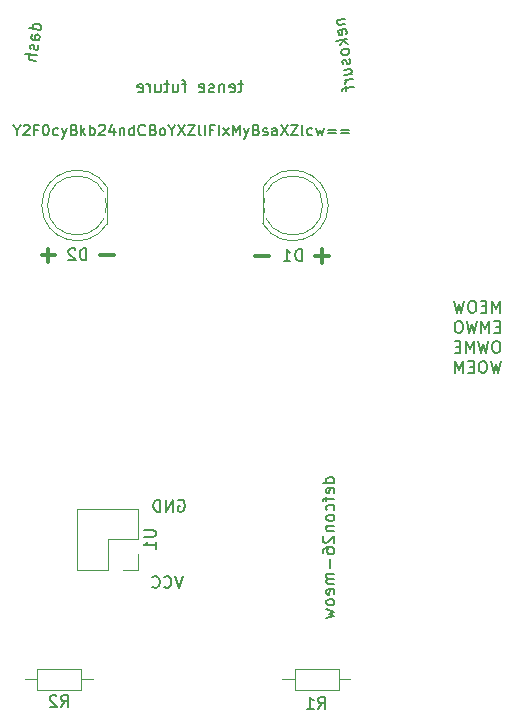
<source format=gbo>
G04 #@! TF.FileFunction,Legend,Bot*
%FSLAX46Y46*%
G04 Gerber Fmt 4.6, Leading zero omitted, Abs format (unit mm)*
G04 Created by KiCad (PCBNEW 4.0.7) date Thursday, July 26, 2018 'AMt' 11:31:36 AM*
%MOMM*%
%LPD*%
G01*
G04 APERTURE LIST*
%ADD10C,0.100000*%
%ADD11C,0.200000*%
%ADD12C,0.300000*%
%ADD13C,0.120000*%
%ADD14C,0.150000*%
%ADD15C,0.010000*%
%ADD16R,2.200000X2.200000*%
%ADD17C,2.200000*%
%ADD18C,1.800000*%
%ADD19O,1.800000X1.800000*%
%ADD20R,2.100000X2.100000*%
%ADD21O,2.100000X2.100000*%
G04 APERTURE END LIST*
D10*
D11*
X175235952Y-89850381D02*
X175235952Y-88850381D01*
X174902618Y-89564667D01*
X174569285Y-88850381D01*
X174569285Y-89850381D01*
X174093095Y-89326571D02*
X173759761Y-89326571D01*
X173616904Y-89850381D02*
X174093095Y-89850381D01*
X174093095Y-88850381D01*
X173616904Y-88850381D01*
X172997857Y-88850381D02*
X172807380Y-88850381D01*
X172712142Y-88898000D01*
X172616904Y-88993238D01*
X172569285Y-89183714D01*
X172569285Y-89517048D01*
X172616904Y-89707524D01*
X172712142Y-89802762D01*
X172807380Y-89850381D01*
X172997857Y-89850381D01*
X173093095Y-89802762D01*
X173188333Y-89707524D01*
X173235952Y-89517048D01*
X173235952Y-89183714D01*
X173188333Y-88993238D01*
X173093095Y-88898000D01*
X172997857Y-88850381D01*
X172235952Y-88850381D02*
X171997857Y-89850381D01*
X171807380Y-89136095D01*
X171616904Y-89850381D01*
X171378809Y-88850381D01*
X175235952Y-91026571D02*
X174902618Y-91026571D01*
X174759761Y-91550381D02*
X175235952Y-91550381D01*
X175235952Y-90550381D01*
X174759761Y-90550381D01*
X174331190Y-91550381D02*
X174331190Y-90550381D01*
X173997856Y-91264667D01*
X173664523Y-90550381D01*
X173664523Y-91550381D01*
X173283571Y-90550381D02*
X173045476Y-91550381D01*
X172854999Y-90836095D01*
X172664523Y-91550381D01*
X172426428Y-90550381D01*
X171855000Y-90550381D02*
X171664523Y-90550381D01*
X171569285Y-90598000D01*
X171474047Y-90693238D01*
X171426428Y-90883714D01*
X171426428Y-91217048D01*
X171474047Y-91407524D01*
X171569285Y-91502762D01*
X171664523Y-91550381D01*
X171855000Y-91550381D01*
X171950238Y-91502762D01*
X172045476Y-91407524D01*
X172093095Y-91217048D01*
X172093095Y-90883714D01*
X172045476Y-90693238D01*
X171950238Y-90598000D01*
X171855000Y-90550381D01*
X175045476Y-92250381D02*
X174854999Y-92250381D01*
X174759761Y-92298000D01*
X174664523Y-92393238D01*
X174616904Y-92583714D01*
X174616904Y-92917048D01*
X174664523Y-93107524D01*
X174759761Y-93202762D01*
X174854999Y-93250381D01*
X175045476Y-93250381D01*
X175140714Y-93202762D01*
X175235952Y-93107524D01*
X175283571Y-92917048D01*
X175283571Y-92583714D01*
X175235952Y-92393238D01*
X175140714Y-92298000D01*
X175045476Y-92250381D01*
X174283571Y-92250381D02*
X174045476Y-93250381D01*
X173854999Y-92536095D01*
X173664523Y-93250381D01*
X173426428Y-92250381D01*
X173045476Y-93250381D02*
X173045476Y-92250381D01*
X172712142Y-92964667D01*
X172378809Y-92250381D01*
X172378809Y-93250381D01*
X171902619Y-92726571D02*
X171569285Y-92726571D01*
X171426428Y-93250381D02*
X171902619Y-93250381D01*
X171902619Y-92250381D01*
X171426428Y-92250381D01*
X175331190Y-93950381D02*
X175093095Y-94950381D01*
X174902618Y-94236095D01*
X174712142Y-94950381D01*
X174474047Y-93950381D01*
X173902619Y-93950381D02*
X173712142Y-93950381D01*
X173616904Y-93998000D01*
X173521666Y-94093238D01*
X173474047Y-94283714D01*
X173474047Y-94617048D01*
X173521666Y-94807524D01*
X173616904Y-94902762D01*
X173712142Y-94950381D01*
X173902619Y-94950381D01*
X173997857Y-94902762D01*
X174093095Y-94807524D01*
X174140714Y-94617048D01*
X174140714Y-94283714D01*
X174093095Y-94093238D01*
X173997857Y-93998000D01*
X173902619Y-93950381D01*
X173045476Y-94426571D02*
X172712142Y-94426571D01*
X172569285Y-94950381D02*
X173045476Y-94950381D01*
X173045476Y-93950381D01*
X172569285Y-93950381D01*
X172140714Y-94950381D02*
X172140714Y-93950381D01*
X171807380Y-94664667D01*
X171474047Y-93950381D01*
X171474047Y-94950381D01*
X148399333Y-112164881D02*
X148066000Y-113164881D01*
X147732666Y-112164881D01*
X146827904Y-113069643D02*
X146875523Y-113117262D01*
X147018380Y-113164881D01*
X147113618Y-113164881D01*
X147256476Y-113117262D01*
X147351714Y-113022024D01*
X147399333Y-112926786D01*
X147446952Y-112736310D01*
X147446952Y-112593452D01*
X147399333Y-112402976D01*
X147351714Y-112307738D01*
X147256476Y-112212500D01*
X147113618Y-112164881D01*
X147018380Y-112164881D01*
X146875523Y-112212500D01*
X146827904Y-112260119D01*
X145827904Y-113069643D02*
X145875523Y-113117262D01*
X146018380Y-113164881D01*
X146113618Y-113164881D01*
X146256476Y-113117262D01*
X146351714Y-113022024D01*
X146399333Y-112926786D01*
X146446952Y-112736310D01*
X146446952Y-112593452D01*
X146399333Y-112402976D01*
X146351714Y-112307738D01*
X146256476Y-112212500D01*
X146113618Y-112164881D01*
X146018380Y-112164881D01*
X145875523Y-112212500D01*
X145827904Y-112260119D01*
X148018404Y-105735500D02*
X148113642Y-105687881D01*
X148256499Y-105687881D01*
X148399357Y-105735500D01*
X148494595Y-105830738D01*
X148542214Y-105925976D01*
X148589833Y-106116452D01*
X148589833Y-106259310D01*
X148542214Y-106449786D01*
X148494595Y-106545024D01*
X148399357Y-106640262D01*
X148256499Y-106687881D01*
X148161261Y-106687881D01*
X148018404Y-106640262D01*
X147970785Y-106592643D01*
X147970785Y-106259310D01*
X148161261Y-106259310D01*
X147542214Y-106687881D02*
X147542214Y-105687881D01*
X146970785Y-106687881D01*
X146970785Y-105687881D01*
X146494595Y-106687881D02*
X146494595Y-105687881D01*
X146256500Y-105687881D01*
X146113642Y-105735500D01*
X146018404Y-105830738D01*
X145970785Y-105925976D01*
X145923166Y-106116452D01*
X145923166Y-106259310D01*
X145970785Y-106449786D01*
X146018404Y-106545024D01*
X146113642Y-106640262D01*
X146256500Y-106687881D01*
X146494595Y-106687881D01*
D12*
X160781928Y-85070143D02*
X159639071Y-85070143D01*
X160210500Y-85641571D02*
X160210500Y-84498714D01*
X137604428Y-85006643D02*
X136461571Y-85006643D01*
X137033000Y-85578071D02*
X137033000Y-84435214D01*
X155701928Y-85070143D02*
X154559071Y-85070143D01*
X142557428Y-84943143D02*
X141414571Y-84943143D01*
D11*
X134364570Y-74400571D02*
X134364570Y-74829143D01*
X134064570Y-73929143D02*
X134364570Y-74400571D01*
X134664570Y-73929143D01*
X134921714Y-74014857D02*
X134964571Y-73972000D01*
X135050285Y-73929143D01*
X135264571Y-73929143D01*
X135350285Y-73972000D01*
X135393142Y-74014857D01*
X135435999Y-74100571D01*
X135435999Y-74186286D01*
X135393142Y-74314857D01*
X134878856Y-74829143D01*
X135435999Y-74829143D01*
X136121714Y-74357714D02*
X135821714Y-74357714D01*
X135821714Y-74829143D02*
X135821714Y-73929143D01*
X136250285Y-73929143D01*
X136764571Y-73929143D02*
X136850286Y-73929143D01*
X136936000Y-73972000D01*
X136978857Y-74014857D01*
X137021714Y-74100571D01*
X137064571Y-74272000D01*
X137064571Y-74486286D01*
X137021714Y-74657714D01*
X136978857Y-74743429D01*
X136936000Y-74786286D01*
X136850286Y-74829143D01*
X136764571Y-74829143D01*
X136678857Y-74786286D01*
X136636000Y-74743429D01*
X136593143Y-74657714D01*
X136550286Y-74486286D01*
X136550286Y-74272000D01*
X136593143Y-74100571D01*
X136636000Y-74014857D01*
X136678857Y-73972000D01*
X136764571Y-73929143D01*
X137836000Y-74786286D02*
X137750286Y-74829143D01*
X137578857Y-74829143D01*
X137493143Y-74786286D01*
X137450286Y-74743429D01*
X137407429Y-74657714D01*
X137407429Y-74400571D01*
X137450286Y-74314857D01*
X137493143Y-74272000D01*
X137578857Y-74229143D01*
X137750286Y-74229143D01*
X137836000Y-74272000D01*
X138136000Y-74229143D02*
X138350286Y-74829143D01*
X138564572Y-74229143D02*
X138350286Y-74829143D01*
X138264572Y-75043429D01*
X138221715Y-75086286D01*
X138136000Y-75129143D01*
X139207429Y-74357714D02*
X139336000Y-74400571D01*
X139378857Y-74443429D01*
X139421714Y-74529143D01*
X139421714Y-74657714D01*
X139378857Y-74743429D01*
X139336000Y-74786286D01*
X139250286Y-74829143D01*
X138907429Y-74829143D01*
X138907429Y-73929143D01*
X139207429Y-73929143D01*
X139293143Y-73972000D01*
X139336000Y-74014857D01*
X139378857Y-74100571D01*
X139378857Y-74186286D01*
X139336000Y-74272000D01*
X139293143Y-74314857D01*
X139207429Y-74357714D01*
X138907429Y-74357714D01*
X139807429Y-74829143D02*
X139807429Y-73929143D01*
X139893143Y-74486286D02*
X140150286Y-74829143D01*
X140150286Y-74229143D02*
X139807429Y-74572000D01*
X140536000Y-74829143D02*
X140536000Y-73929143D01*
X140536000Y-74272000D02*
X140621714Y-74229143D01*
X140793143Y-74229143D01*
X140878857Y-74272000D01*
X140921714Y-74314857D01*
X140964571Y-74400571D01*
X140964571Y-74657714D01*
X140921714Y-74743429D01*
X140878857Y-74786286D01*
X140793143Y-74829143D01*
X140621714Y-74829143D01*
X140536000Y-74786286D01*
X141307429Y-74014857D02*
X141350286Y-73972000D01*
X141436000Y-73929143D01*
X141650286Y-73929143D01*
X141736000Y-73972000D01*
X141778857Y-74014857D01*
X141821714Y-74100571D01*
X141821714Y-74186286D01*
X141778857Y-74314857D01*
X141264571Y-74829143D01*
X141821714Y-74829143D01*
X142593143Y-74229143D02*
X142593143Y-74829143D01*
X142378857Y-73886286D02*
X142164572Y-74529143D01*
X142721714Y-74529143D01*
X143064572Y-74229143D02*
X143064572Y-74829143D01*
X143064572Y-74314857D02*
X143107429Y-74272000D01*
X143193143Y-74229143D01*
X143321715Y-74229143D01*
X143407429Y-74272000D01*
X143450286Y-74357714D01*
X143450286Y-74829143D01*
X144264572Y-74829143D02*
X144264572Y-73929143D01*
X144264572Y-74786286D02*
X144178858Y-74829143D01*
X144007429Y-74829143D01*
X143921715Y-74786286D01*
X143878858Y-74743429D01*
X143836001Y-74657714D01*
X143836001Y-74400571D01*
X143878858Y-74314857D01*
X143921715Y-74272000D01*
X144007429Y-74229143D01*
X144178858Y-74229143D01*
X144264572Y-74272000D01*
X145207429Y-74743429D02*
X145164572Y-74786286D01*
X145036001Y-74829143D01*
X144950287Y-74829143D01*
X144821715Y-74786286D01*
X144736001Y-74700571D01*
X144693144Y-74614857D01*
X144650287Y-74443429D01*
X144650287Y-74314857D01*
X144693144Y-74143429D01*
X144736001Y-74057714D01*
X144821715Y-73972000D01*
X144950287Y-73929143D01*
X145036001Y-73929143D01*
X145164572Y-73972000D01*
X145207429Y-74014857D01*
X145893144Y-74357714D02*
X146021715Y-74400571D01*
X146064572Y-74443429D01*
X146107429Y-74529143D01*
X146107429Y-74657714D01*
X146064572Y-74743429D01*
X146021715Y-74786286D01*
X145936001Y-74829143D01*
X145593144Y-74829143D01*
X145593144Y-73929143D01*
X145893144Y-73929143D01*
X145978858Y-73972000D01*
X146021715Y-74014857D01*
X146064572Y-74100571D01*
X146064572Y-74186286D01*
X146021715Y-74272000D01*
X145978858Y-74314857D01*
X145893144Y-74357714D01*
X145593144Y-74357714D01*
X146621715Y-74829143D02*
X146536001Y-74786286D01*
X146493144Y-74743429D01*
X146450287Y-74657714D01*
X146450287Y-74400571D01*
X146493144Y-74314857D01*
X146536001Y-74272000D01*
X146621715Y-74229143D01*
X146750287Y-74229143D01*
X146836001Y-74272000D01*
X146878858Y-74314857D01*
X146921715Y-74400571D01*
X146921715Y-74657714D01*
X146878858Y-74743429D01*
X146836001Y-74786286D01*
X146750287Y-74829143D01*
X146621715Y-74829143D01*
X147478858Y-74400571D02*
X147478858Y-74829143D01*
X147178858Y-73929143D02*
X147478858Y-74400571D01*
X147778858Y-73929143D01*
X147993144Y-73929143D02*
X148593144Y-74829143D01*
X148593144Y-73929143D02*
X147993144Y-74829143D01*
X148850287Y-73929143D02*
X149450287Y-73929143D01*
X148850287Y-74829143D01*
X149450287Y-74829143D01*
X149921716Y-74829143D02*
X149836002Y-74786286D01*
X149793145Y-74700571D01*
X149793145Y-73929143D01*
X150264574Y-74829143D02*
X150264574Y-73929143D01*
X150993145Y-74357714D02*
X150693145Y-74357714D01*
X150693145Y-74829143D02*
X150693145Y-73929143D01*
X151121716Y-73929143D01*
X151464574Y-74829143D02*
X151464574Y-73929143D01*
X151807430Y-74829143D02*
X152278859Y-74229143D01*
X151807430Y-74229143D02*
X152278859Y-74829143D01*
X152621716Y-74829143D02*
X152621716Y-73929143D01*
X152921716Y-74572000D01*
X153221716Y-73929143D01*
X153221716Y-74829143D01*
X153564572Y-74229143D02*
X153778858Y-74829143D01*
X153993144Y-74229143D02*
X153778858Y-74829143D01*
X153693144Y-75043429D01*
X153650287Y-75086286D01*
X153564572Y-75129143D01*
X154636001Y-74357714D02*
X154764572Y-74400571D01*
X154807429Y-74443429D01*
X154850286Y-74529143D01*
X154850286Y-74657714D01*
X154807429Y-74743429D01*
X154764572Y-74786286D01*
X154678858Y-74829143D01*
X154336001Y-74829143D01*
X154336001Y-73929143D01*
X154636001Y-73929143D01*
X154721715Y-73972000D01*
X154764572Y-74014857D01*
X154807429Y-74100571D01*
X154807429Y-74186286D01*
X154764572Y-74272000D01*
X154721715Y-74314857D01*
X154636001Y-74357714D01*
X154336001Y-74357714D01*
X155193144Y-74786286D02*
X155278858Y-74829143D01*
X155450286Y-74829143D01*
X155536001Y-74786286D01*
X155578858Y-74700571D01*
X155578858Y-74657714D01*
X155536001Y-74572000D01*
X155450286Y-74529143D01*
X155321715Y-74529143D01*
X155236001Y-74486286D01*
X155193144Y-74400571D01*
X155193144Y-74357714D01*
X155236001Y-74272000D01*
X155321715Y-74229143D01*
X155450286Y-74229143D01*
X155536001Y-74272000D01*
X156350286Y-74829143D02*
X156350286Y-74357714D01*
X156307429Y-74272000D01*
X156221715Y-74229143D01*
X156050286Y-74229143D01*
X155964572Y-74272000D01*
X156350286Y-74786286D02*
X156264572Y-74829143D01*
X156050286Y-74829143D01*
X155964572Y-74786286D01*
X155921715Y-74700571D01*
X155921715Y-74614857D01*
X155964572Y-74529143D01*
X156050286Y-74486286D01*
X156264572Y-74486286D01*
X156350286Y-74443429D01*
X156693143Y-73929143D02*
X157293143Y-74829143D01*
X157293143Y-73929143D02*
X156693143Y-74829143D01*
X157550286Y-73929143D02*
X158150286Y-73929143D01*
X157550286Y-74829143D01*
X158150286Y-74829143D01*
X158621715Y-74829143D02*
X158536001Y-74786286D01*
X158493144Y-74700571D01*
X158493144Y-73929143D01*
X159350287Y-74786286D02*
X159264573Y-74829143D01*
X159093144Y-74829143D01*
X159007430Y-74786286D01*
X158964573Y-74743429D01*
X158921716Y-74657714D01*
X158921716Y-74400571D01*
X158964573Y-74314857D01*
X159007430Y-74272000D01*
X159093144Y-74229143D01*
X159264573Y-74229143D01*
X159350287Y-74272000D01*
X159650287Y-74229143D02*
X159821716Y-74829143D01*
X159993145Y-74400571D01*
X160164573Y-74829143D01*
X160336002Y-74229143D01*
X160678859Y-74357714D02*
X161364573Y-74357714D01*
X161364573Y-74614857D02*
X160678859Y-74614857D01*
X161793145Y-74357714D02*
X162478859Y-74357714D01*
X162478859Y-74614857D02*
X161793145Y-74614857D01*
X153471001Y-70524714D02*
X153090049Y-70524714D01*
X153328144Y-70191381D02*
X153328144Y-71048524D01*
X153280525Y-71143762D01*
X153185287Y-71191381D01*
X153090049Y-71191381D01*
X152375762Y-71143762D02*
X152471000Y-71191381D01*
X152661477Y-71191381D01*
X152756715Y-71143762D01*
X152804334Y-71048524D01*
X152804334Y-70667571D01*
X152756715Y-70572333D01*
X152661477Y-70524714D01*
X152471000Y-70524714D01*
X152375762Y-70572333D01*
X152328143Y-70667571D01*
X152328143Y-70762810D01*
X152804334Y-70858048D01*
X151899572Y-70524714D02*
X151899572Y-71191381D01*
X151899572Y-70619952D02*
X151851953Y-70572333D01*
X151756715Y-70524714D01*
X151613857Y-70524714D01*
X151518619Y-70572333D01*
X151471000Y-70667571D01*
X151471000Y-71191381D01*
X151042429Y-71143762D02*
X150947191Y-71191381D01*
X150756715Y-71191381D01*
X150661476Y-71143762D01*
X150613857Y-71048524D01*
X150613857Y-71000905D01*
X150661476Y-70905667D01*
X150756715Y-70858048D01*
X150899572Y-70858048D01*
X150994810Y-70810429D01*
X151042429Y-70715190D01*
X151042429Y-70667571D01*
X150994810Y-70572333D01*
X150899572Y-70524714D01*
X150756715Y-70524714D01*
X150661476Y-70572333D01*
X149804333Y-71143762D02*
X149899571Y-71191381D01*
X150090048Y-71191381D01*
X150185286Y-71143762D01*
X150232905Y-71048524D01*
X150232905Y-70667571D01*
X150185286Y-70572333D01*
X150090048Y-70524714D01*
X149899571Y-70524714D01*
X149804333Y-70572333D01*
X149756714Y-70667571D01*
X149756714Y-70762810D01*
X150232905Y-70858048D01*
X148709095Y-70524714D02*
X148328143Y-70524714D01*
X148566238Y-71191381D02*
X148566238Y-70334238D01*
X148518619Y-70239000D01*
X148423381Y-70191381D01*
X148328143Y-70191381D01*
X147566237Y-70524714D02*
X147566237Y-71191381D01*
X147994809Y-70524714D02*
X147994809Y-71048524D01*
X147947190Y-71143762D01*
X147851952Y-71191381D01*
X147709094Y-71191381D01*
X147613856Y-71143762D01*
X147566237Y-71096143D01*
X147232904Y-70524714D02*
X146851952Y-70524714D01*
X147090047Y-70191381D02*
X147090047Y-71048524D01*
X147042428Y-71143762D01*
X146947190Y-71191381D01*
X146851952Y-71191381D01*
X146090046Y-70524714D02*
X146090046Y-71191381D01*
X146518618Y-70524714D02*
X146518618Y-71048524D01*
X146470999Y-71143762D01*
X146375761Y-71191381D01*
X146232903Y-71191381D01*
X146137665Y-71143762D01*
X146090046Y-71096143D01*
X145613856Y-71191381D02*
X145613856Y-70524714D01*
X145613856Y-70715190D02*
X145566237Y-70619952D01*
X145518618Y-70572333D01*
X145423380Y-70524714D01*
X145328141Y-70524714D01*
X144613855Y-71143762D02*
X144709093Y-71191381D01*
X144899570Y-71191381D01*
X144994808Y-71143762D01*
X145042427Y-71048524D01*
X145042427Y-70667571D01*
X144994808Y-70572333D01*
X144899570Y-70524714D01*
X144709093Y-70524714D01*
X144613855Y-70572333D01*
X144566236Y-70667571D01*
X144566236Y-70762810D01*
X145042427Y-70858048D01*
X161454184Y-65045846D02*
X162115148Y-64958828D01*
X161548607Y-65033415D02*
X161507611Y-65086842D01*
X161472831Y-65187481D01*
X161491477Y-65329117D01*
X161551120Y-65417324D01*
X161651759Y-65452105D01*
X162171088Y-65383734D01*
X162235756Y-66239760D02*
X162270536Y-66139121D01*
X162245674Y-65950273D01*
X162186031Y-65862066D01*
X162085392Y-65827285D01*
X161707699Y-65877009D01*
X161619491Y-65936652D01*
X161584710Y-66037291D01*
X161609572Y-66226138D01*
X161669215Y-66314346D01*
X161769854Y-66349127D01*
X161864278Y-66336695D01*
X161896546Y-65852147D01*
X162345122Y-66705660D02*
X161353678Y-66836186D01*
X161979861Y-66849808D02*
X162394847Y-67083354D01*
X161733883Y-67170372D02*
X162061853Y-66742953D01*
X162469433Y-67649893D02*
X162409790Y-67561686D01*
X162356363Y-67520690D01*
X162255724Y-67485909D01*
X161972454Y-67523202D01*
X161884246Y-67582845D01*
X161843250Y-67636272D01*
X161808469Y-67736911D01*
X161827116Y-67878547D01*
X161886759Y-67966754D01*
X161940186Y-68007750D01*
X162040825Y-68042531D01*
X162324095Y-68005238D01*
X162412303Y-67945595D01*
X162453299Y-67892168D01*
X162488080Y-67791529D01*
X162469433Y-67649893D01*
X162515454Y-68364284D02*
X162575097Y-68452492D01*
X162599959Y-68641338D01*
X162565179Y-68741978D01*
X162476971Y-68801621D01*
X162429760Y-68807836D01*
X162329121Y-68773056D01*
X162269478Y-68684847D01*
X162250831Y-68543212D01*
X162191189Y-68455004D01*
X162090549Y-68420224D01*
X162043337Y-68426439D01*
X161955130Y-68486082D01*
X161920349Y-68586721D01*
X161938996Y-68728356D01*
X161998638Y-68816564D01*
X162069522Y-69719802D02*
X162730486Y-69632784D01*
X162013582Y-69294896D02*
X162532911Y-69226525D01*
X162633550Y-69261306D01*
X162693192Y-69349513D01*
X162711839Y-69491149D01*
X162677058Y-69591788D01*
X162636062Y-69645215D01*
X162792641Y-70104900D02*
X162131677Y-70191918D01*
X162320524Y-70167056D02*
X162232316Y-70226698D01*
X162191320Y-70280125D01*
X162156539Y-70380764D01*
X162168971Y-70475188D01*
X162193833Y-70664035D02*
X162243557Y-71041728D01*
X162873443Y-70718652D02*
X162023633Y-70830532D01*
X161935425Y-70890174D01*
X161900645Y-70990813D01*
X161913076Y-71085236D01*
X136354468Y-65902179D02*
X135363023Y-65771653D01*
X136307256Y-65895964D02*
X136366899Y-65807756D01*
X136391761Y-65618909D01*
X136356981Y-65518270D01*
X136315985Y-65464843D01*
X136227777Y-65405200D01*
X135944506Y-65367907D01*
X135843868Y-65402688D01*
X135790440Y-65443684D01*
X135730798Y-65531891D01*
X135705936Y-65720739D01*
X135740716Y-65821378D01*
X136236373Y-66799201D02*
X135717044Y-66730830D01*
X135628836Y-66671188D01*
X135594056Y-66570549D01*
X135618918Y-66381701D01*
X135678561Y-66293494D01*
X136189161Y-66792986D02*
X136248804Y-66704778D01*
X136279882Y-66468719D01*
X136245101Y-66368080D01*
X136156893Y-66308437D01*
X136062470Y-66296006D01*
X135961832Y-66330787D01*
X135902189Y-66418995D01*
X135871111Y-66655054D01*
X135811468Y-66743261D01*
X136133222Y-67217890D02*
X136168002Y-67318529D01*
X136143140Y-67507375D01*
X136083497Y-67595584D01*
X135982858Y-67630365D01*
X135935647Y-67624149D01*
X135847439Y-67564506D01*
X135812659Y-67463867D01*
X135831305Y-67322232D01*
X135796525Y-67221593D01*
X135708316Y-67161950D01*
X135661104Y-67155735D01*
X135560466Y-67190515D01*
X135500823Y-67278723D01*
X135482176Y-67420358D01*
X135516957Y-67520998D01*
X136068554Y-68073916D02*
X135077109Y-67943389D01*
X136012614Y-68498821D02*
X135493285Y-68430450D01*
X135405077Y-68370808D01*
X135370297Y-68270169D01*
X135388943Y-68128533D01*
X135448586Y-68040325D01*
X135502013Y-67999329D01*
X161234381Y-104251810D02*
X160234381Y-104251810D01*
X161186762Y-104251810D02*
X161234381Y-104156572D01*
X161234381Y-103966095D01*
X161186762Y-103870857D01*
X161139143Y-103823238D01*
X161043905Y-103775619D01*
X160758190Y-103775619D01*
X160662952Y-103823238D01*
X160615333Y-103870857D01*
X160567714Y-103966095D01*
X160567714Y-104156572D01*
X160615333Y-104251810D01*
X161186762Y-105108953D02*
X161234381Y-105013715D01*
X161234381Y-104823238D01*
X161186762Y-104728000D01*
X161091524Y-104680381D01*
X160710571Y-104680381D01*
X160615333Y-104728000D01*
X160567714Y-104823238D01*
X160567714Y-105013715D01*
X160615333Y-105108953D01*
X160710571Y-105156572D01*
X160805810Y-105156572D01*
X160901048Y-104680381D01*
X160567714Y-105442286D02*
X160567714Y-105823238D01*
X161234381Y-105585143D02*
X160377238Y-105585143D01*
X160282000Y-105632762D01*
X160234381Y-105728000D01*
X160234381Y-105823238D01*
X161186762Y-106585144D02*
X161234381Y-106489906D01*
X161234381Y-106299429D01*
X161186762Y-106204191D01*
X161139143Y-106156572D01*
X161043905Y-106108953D01*
X160758190Y-106108953D01*
X160662952Y-106156572D01*
X160615333Y-106204191D01*
X160567714Y-106299429D01*
X160567714Y-106489906D01*
X160615333Y-106585144D01*
X161234381Y-107156572D02*
X161186762Y-107061334D01*
X161139143Y-107013715D01*
X161043905Y-106966096D01*
X160758190Y-106966096D01*
X160662952Y-107013715D01*
X160615333Y-107061334D01*
X160567714Y-107156572D01*
X160567714Y-107299430D01*
X160615333Y-107394668D01*
X160662952Y-107442287D01*
X160758190Y-107489906D01*
X161043905Y-107489906D01*
X161139143Y-107442287D01*
X161186762Y-107394668D01*
X161234381Y-107299430D01*
X161234381Y-107156572D01*
X160567714Y-107918477D02*
X161234381Y-107918477D01*
X160662952Y-107918477D02*
X160615333Y-107966096D01*
X160567714Y-108061334D01*
X160567714Y-108204192D01*
X160615333Y-108299430D01*
X160710571Y-108347049D01*
X161234381Y-108347049D01*
X160329619Y-108775620D02*
X160282000Y-108823239D01*
X160234381Y-108918477D01*
X160234381Y-109156573D01*
X160282000Y-109251811D01*
X160329619Y-109299430D01*
X160424857Y-109347049D01*
X160520095Y-109347049D01*
X160662952Y-109299430D01*
X161234381Y-108728001D01*
X161234381Y-109347049D01*
X160234381Y-110204192D02*
X160234381Y-110013715D01*
X160282000Y-109918477D01*
X160329619Y-109870858D01*
X160472476Y-109775620D01*
X160662952Y-109728001D01*
X161043905Y-109728001D01*
X161139143Y-109775620D01*
X161186762Y-109823239D01*
X161234381Y-109918477D01*
X161234381Y-110108954D01*
X161186762Y-110204192D01*
X161139143Y-110251811D01*
X161043905Y-110299430D01*
X160805810Y-110299430D01*
X160710571Y-110251811D01*
X160662952Y-110204192D01*
X160615333Y-110108954D01*
X160615333Y-109918477D01*
X160662952Y-109823239D01*
X160710571Y-109775620D01*
X160805810Y-109728001D01*
X160853429Y-110728001D02*
X160853429Y-111489906D01*
X161234381Y-111966096D02*
X160567714Y-111966096D01*
X160662952Y-111966096D02*
X160615333Y-112013715D01*
X160567714Y-112108953D01*
X160567714Y-112251811D01*
X160615333Y-112347049D01*
X160710571Y-112394668D01*
X161234381Y-112394668D01*
X160710571Y-112394668D02*
X160615333Y-112442287D01*
X160567714Y-112537525D01*
X160567714Y-112680382D01*
X160615333Y-112775620D01*
X160710571Y-112823239D01*
X161234381Y-112823239D01*
X161186762Y-113680382D02*
X161234381Y-113585144D01*
X161234381Y-113394667D01*
X161186762Y-113299429D01*
X161091524Y-113251810D01*
X160710571Y-113251810D01*
X160615333Y-113299429D01*
X160567714Y-113394667D01*
X160567714Y-113585144D01*
X160615333Y-113680382D01*
X160710571Y-113728001D01*
X160805810Y-113728001D01*
X160901048Y-113251810D01*
X161234381Y-114299429D02*
X161186762Y-114204191D01*
X161139143Y-114156572D01*
X161043905Y-114108953D01*
X160758190Y-114108953D01*
X160662952Y-114156572D01*
X160615333Y-114204191D01*
X160567714Y-114299429D01*
X160567714Y-114442287D01*
X160615333Y-114537525D01*
X160662952Y-114585144D01*
X160758190Y-114632763D01*
X161043905Y-114632763D01*
X161139143Y-114585144D01*
X161186762Y-114537525D01*
X161234381Y-114442287D01*
X161234381Y-114299429D01*
X160567714Y-114966096D02*
X161234381Y-115156572D01*
X160758190Y-115347049D01*
X161234381Y-115537525D01*
X160567714Y-115728001D01*
D13*
X160724000Y-80771538D02*
G75*
G02X155174000Y-82316830I-2990000J-462D01*
G01*
X160724000Y-80772462D02*
G75*
G03X155174000Y-79227170I-2990000J462D01*
G01*
X160234000Y-80772000D02*
G75*
G03X160234000Y-80772000I-2500000J0D01*
G01*
X155174000Y-82317000D02*
X155174000Y-79227000D01*
X136456000Y-80772462D02*
G75*
G02X142006000Y-79227170I2990000J462D01*
G01*
X136456000Y-80771538D02*
G75*
G03X142006000Y-82316830I2990000J-462D01*
G01*
X141946000Y-80772000D02*
G75*
G03X141946000Y-80772000I-2500000J0D01*
G01*
X142006000Y-79227000D02*
X142006000Y-82317000D01*
X136062000Y-121764000D02*
X136062000Y-120044000D01*
X136062000Y-120044000D02*
X139782000Y-120044000D01*
X139782000Y-120044000D02*
X139782000Y-121764000D01*
X139782000Y-121764000D02*
X136062000Y-121764000D01*
X134992000Y-120904000D02*
X136062000Y-120904000D01*
X140852000Y-120904000D02*
X139782000Y-120904000D01*
X139449500Y-111629500D02*
X139449500Y-106429500D01*
X142049500Y-111629500D02*
X139449500Y-111629500D01*
X144649500Y-106429500D02*
X139449500Y-106429500D01*
X142049500Y-111629500D02*
X142049500Y-109029500D01*
X142049500Y-109029500D02*
X144649500Y-109029500D01*
X144649500Y-109029500D02*
X144649500Y-106429500D01*
X143319500Y-111629500D02*
X144649500Y-111629500D01*
X144649500Y-111629500D02*
X144649500Y-110299500D01*
X161626000Y-120044000D02*
X161626000Y-121764000D01*
X161626000Y-121764000D02*
X157906000Y-121764000D01*
X157906000Y-121764000D02*
X157906000Y-120044000D01*
X157906000Y-120044000D02*
X161626000Y-120044000D01*
X162696000Y-120904000D02*
X161626000Y-120904000D01*
X156836000Y-120904000D02*
X157906000Y-120904000D01*
D14*
X158472095Y-85478881D02*
X158472095Y-84478881D01*
X158234000Y-84478881D01*
X158091142Y-84526500D01*
X157995904Y-84621738D01*
X157948285Y-84716976D01*
X157900666Y-84907452D01*
X157900666Y-85050310D01*
X157948285Y-85240786D01*
X157995904Y-85336024D01*
X158091142Y-85431262D01*
X158234000Y-85478881D01*
X158472095Y-85478881D01*
X156948285Y-85478881D02*
X157519714Y-85478881D01*
X157234000Y-85478881D02*
X157234000Y-84478881D01*
X157329238Y-84621738D01*
X157424476Y-84716976D01*
X157519714Y-84764595D01*
X140247595Y-85415381D02*
X140247595Y-84415381D01*
X140009500Y-84415381D01*
X139866642Y-84463000D01*
X139771404Y-84558238D01*
X139723785Y-84653476D01*
X139676166Y-84843952D01*
X139676166Y-84986810D01*
X139723785Y-85177286D01*
X139771404Y-85272524D01*
X139866642Y-85367762D01*
X140009500Y-85415381D01*
X140247595Y-85415381D01*
X139295214Y-84510619D02*
X139247595Y-84463000D01*
X139152357Y-84415381D01*
X138914261Y-84415381D01*
X138819023Y-84463000D01*
X138771404Y-84510619D01*
X138723785Y-84605857D01*
X138723785Y-84701095D01*
X138771404Y-84843952D01*
X139342833Y-85415381D01*
X138723785Y-85415381D01*
X138088666Y-123216381D02*
X138422000Y-122740190D01*
X138660095Y-123216381D02*
X138660095Y-122216381D01*
X138279142Y-122216381D01*
X138183904Y-122264000D01*
X138136285Y-122311619D01*
X138088666Y-122406857D01*
X138088666Y-122549714D01*
X138136285Y-122644952D01*
X138183904Y-122692571D01*
X138279142Y-122740190D01*
X138660095Y-122740190D01*
X137707714Y-122311619D02*
X137660095Y-122264000D01*
X137564857Y-122216381D01*
X137326761Y-122216381D01*
X137231523Y-122264000D01*
X137183904Y-122311619D01*
X137136285Y-122406857D01*
X137136285Y-122502095D01*
X137183904Y-122644952D01*
X137755333Y-123216381D01*
X137136285Y-123216381D01*
X145101881Y-108267595D02*
X145911405Y-108267595D01*
X146006643Y-108315214D01*
X146054262Y-108362833D01*
X146101881Y-108458071D01*
X146101881Y-108648548D01*
X146054262Y-108743786D01*
X146006643Y-108791405D01*
X145911405Y-108839024D01*
X145101881Y-108839024D01*
X146101881Y-109839024D02*
X146101881Y-109267595D01*
X146101881Y-109553309D02*
X145101881Y-109553309D01*
X145244738Y-109458071D01*
X145339976Y-109362833D01*
X145387595Y-109267595D01*
X159869166Y-123388381D02*
X160202500Y-122912190D01*
X160440595Y-123388381D02*
X160440595Y-122388381D01*
X160059642Y-122388381D01*
X159964404Y-122436000D01*
X159916785Y-122483619D01*
X159869166Y-122578857D01*
X159869166Y-122721714D01*
X159916785Y-122816952D01*
X159964404Y-122864571D01*
X160059642Y-122912190D01*
X160440595Y-122912190D01*
X158916785Y-123388381D02*
X159488214Y-123388381D01*
X159202500Y-123388381D02*
X159202500Y-122388381D01*
X159297738Y-122531238D01*
X159392976Y-122626476D01*
X159488214Y-122674095D01*
%LPC*%
D15*
G36*
X174896133Y-82809833D02*
X174827449Y-82839295D01*
X174745423Y-82914760D01*
X174691502Y-83015376D01*
X174674239Y-83123025D01*
X174677876Y-83156114D01*
X174693861Y-83241320D01*
X174108105Y-83459015D01*
X173522349Y-83676709D01*
X172945622Y-83462859D01*
X172784865Y-83403390D01*
X172640579Y-83350280D01*
X172519390Y-83305947D01*
X172427926Y-83272809D01*
X172372815Y-83253283D01*
X172359399Y-83249009D01*
X172356944Y-83226814D01*
X172362504Y-83171520D01*
X172365554Y-83151143D01*
X172360566Y-83031834D01*
X172309605Y-82925552D01*
X172217453Y-82842194D01*
X172215787Y-82841173D01*
X172108300Y-82801157D01*
X171982540Y-82792018D01*
X171860572Y-82813667D01*
X171795972Y-82842854D01*
X171719379Y-82913399D01*
X171665907Y-83008503D01*
X171644743Y-83109002D01*
X171648236Y-83151025D01*
X171647121Y-83216983D01*
X171616144Y-83254491D01*
X171573683Y-83298708D01*
X171530373Y-83364172D01*
X171525177Y-83373908D01*
X171496935Y-83444269D01*
X171497021Y-83508546D01*
X171509138Y-83556369D01*
X171565790Y-83665691D01*
X171654606Y-83745311D01*
X171764697Y-83792582D01*
X171885172Y-83804856D01*
X172005139Y-83779487D01*
X172113709Y-83713828D01*
X172122889Y-83705534D01*
X172204020Y-83629747D01*
X172557015Y-83761361D01*
X172679859Y-83807901D01*
X172782953Y-83848374D01*
X172858247Y-83879503D01*
X172897690Y-83898017D01*
X172901526Y-83901458D01*
X172875933Y-83912890D01*
X172811360Y-83938543D01*
X172716532Y-83975034D01*
X172600175Y-84018978D01*
X172551854Y-84037031D01*
X172403676Y-84090450D01*
X172298401Y-84124096D01*
X172232502Y-84138928D01*
X172202449Y-84135903D01*
X172200113Y-84132441D01*
X172175763Y-84095600D01*
X172128724Y-84044204D01*
X172115659Y-84031651D01*
X172011885Y-83965636D01*
X171893898Y-83939315D01*
X171773302Y-83949927D01*
X171661701Y-83994709D01*
X171570697Y-84070900D01*
X171512036Y-84175309D01*
X171496415Y-84288622D01*
X171529664Y-84390021D01*
X171589055Y-84462074D01*
X171638558Y-84521434D01*
X171650172Y-84577629D01*
X171647456Y-84596738D01*
X171651447Y-84689977D01*
X171690977Y-84787838D01*
X171756668Y-84871107D01*
X171795972Y-84901010D01*
X171906469Y-84942525D01*
X172034360Y-84951880D01*
X172157652Y-84929074D01*
X172218552Y-84901010D01*
X172289323Y-84837214D01*
X172342289Y-84751510D01*
X172368140Y-84662373D01*
X172365519Y-84609387D01*
X172363815Y-84590881D01*
X172372186Y-84573072D01*
X172396020Y-84553382D01*
X172440703Y-84529236D01*
X172511621Y-84498055D01*
X172614158Y-84457263D01*
X172753703Y-84404283D01*
X172935640Y-84336539D01*
X172936410Y-84336254D01*
X173521413Y-84119345D01*
X174096334Y-84332525D01*
X174256841Y-84391899D01*
X174400882Y-84444909D01*
X174521816Y-84489133D01*
X174613001Y-84522151D01*
X174667796Y-84541540D01*
X174680934Y-84545706D01*
X174682936Y-84566709D01*
X174675201Y-84607114D01*
X174677694Y-84687989D01*
X174714528Y-84777884D01*
X174776606Y-84859380D01*
X174828836Y-84901261D01*
X174937074Y-84942352D01*
X175062778Y-84951748D01*
X175183691Y-84929371D01*
X175241413Y-84902691D01*
X175327749Y-84826143D01*
X175381865Y-84728427D01*
X175395748Y-84624930D01*
X175393884Y-84609980D01*
X175393572Y-84542224D01*
X175423855Y-84502726D01*
X175425362Y-84501767D01*
X175480798Y-84443308D01*
X175523658Y-84355960D01*
X175545283Y-84261530D01*
X175543445Y-84204444D01*
X175500994Y-84106400D01*
X175420238Y-84023212D01*
X175313354Y-83963606D01*
X175192517Y-83936310D01*
X175168178Y-83935495D01*
X175079199Y-83952785D01*
X174984267Y-83996993D01*
X174903920Y-84056629D01*
X174865411Y-84104892D01*
X174825690Y-84149395D01*
X174792930Y-84150165D01*
X174755002Y-84135618D01*
X174679788Y-84107273D01*
X174577673Y-84069028D01*
X174459043Y-84024782D01*
X174441431Y-84018227D01*
X174326497Y-83974718D01*
X174231848Y-83937460D01*
X174166048Y-83909934D01*
X174137666Y-83895621D01*
X174137258Y-83894622D01*
X174162546Y-83883682D01*
X174227088Y-83858645D01*
X174322335Y-83822752D01*
X174439737Y-83779243D01*
X174499274Y-83757400D01*
X174639794Y-83706892D01*
X174740257Y-83673378D01*
X174807869Y-83655093D01*
X174849836Y-83650269D01*
X174873363Y-83657140D01*
X174880173Y-83664007D01*
X174942328Y-83720776D01*
X175031060Y-83771167D01*
X175122425Y-83803037D01*
X175164716Y-83808273D01*
X175288675Y-83788630D01*
X175400237Y-83735023D01*
X175487525Y-83655886D01*
X175538663Y-83559648D01*
X175543445Y-83539420D01*
X175541191Y-83452622D01*
X175511816Y-83358087D01*
X175463981Y-83277624D01*
X175425362Y-83242097D01*
X175394038Y-83203243D01*
X175393450Y-83136616D01*
X175393884Y-83133883D01*
X175386672Y-83030841D01*
X175338034Y-82931291D01*
X175255984Y-82850620D01*
X175241413Y-82841173D01*
X175137587Y-82802323D01*
X175014982Y-82791842D01*
X174896133Y-82809833D01*
X174896133Y-82809833D01*
G37*
X174896133Y-82809833D02*
X174827449Y-82839295D01*
X174745423Y-82914760D01*
X174691502Y-83015376D01*
X174674239Y-83123025D01*
X174677876Y-83156114D01*
X174693861Y-83241320D01*
X174108105Y-83459015D01*
X173522349Y-83676709D01*
X172945622Y-83462859D01*
X172784865Y-83403390D01*
X172640579Y-83350280D01*
X172519390Y-83305947D01*
X172427926Y-83272809D01*
X172372815Y-83253283D01*
X172359399Y-83249009D01*
X172356944Y-83226814D01*
X172362504Y-83171520D01*
X172365554Y-83151143D01*
X172360566Y-83031834D01*
X172309605Y-82925552D01*
X172217453Y-82842194D01*
X172215787Y-82841173D01*
X172108300Y-82801157D01*
X171982540Y-82792018D01*
X171860572Y-82813667D01*
X171795972Y-82842854D01*
X171719379Y-82913399D01*
X171665907Y-83008503D01*
X171644743Y-83109002D01*
X171648236Y-83151025D01*
X171647121Y-83216983D01*
X171616144Y-83254491D01*
X171573683Y-83298708D01*
X171530373Y-83364172D01*
X171525177Y-83373908D01*
X171496935Y-83444269D01*
X171497021Y-83508546D01*
X171509138Y-83556369D01*
X171565790Y-83665691D01*
X171654606Y-83745311D01*
X171764697Y-83792582D01*
X171885172Y-83804856D01*
X172005139Y-83779487D01*
X172113709Y-83713828D01*
X172122889Y-83705534D01*
X172204020Y-83629747D01*
X172557015Y-83761361D01*
X172679859Y-83807901D01*
X172782953Y-83848374D01*
X172858247Y-83879503D01*
X172897690Y-83898017D01*
X172901526Y-83901458D01*
X172875933Y-83912890D01*
X172811360Y-83938543D01*
X172716532Y-83975034D01*
X172600175Y-84018978D01*
X172551854Y-84037031D01*
X172403676Y-84090450D01*
X172298401Y-84124096D01*
X172232502Y-84138928D01*
X172202449Y-84135903D01*
X172200113Y-84132441D01*
X172175763Y-84095600D01*
X172128724Y-84044204D01*
X172115659Y-84031651D01*
X172011885Y-83965636D01*
X171893898Y-83939315D01*
X171773302Y-83949927D01*
X171661701Y-83994709D01*
X171570697Y-84070900D01*
X171512036Y-84175309D01*
X171496415Y-84288622D01*
X171529664Y-84390021D01*
X171589055Y-84462074D01*
X171638558Y-84521434D01*
X171650172Y-84577629D01*
X171647456Y-84596738D01*
X171651447Y-84689977D01*
X171690977Y-84787838D01*
X171756668Y-84871107D01*
X171795972Y-84901010D01*
X171906469Y-84942525D01*
X172034360Y-84951880D01*
X172157652Y-84929074D01*
X172218552Y-84901010D01*
X172289323Y-84837214D01*
X172342289Y-84751510D01*
X172368140Y-84662373D01*
X172365519Y-84609387D01*
X172363815Y-84590881D01*
X172372186Y-84573072D01*
X172396020Y-84553382D01*
X172440703Y-84529236D01*
X172511621Y-84498055D01*
X172614158Y-84457263D01*
X172753703Y-84404283D01*
X172935640Y-84336539D01*
X172936410Y-84336254D01*
X173521413Y-84119345D01*
X174096334Y-84332525D01*
X174256841Y-84391899D01*
X174400882Y-84444909D01*
X174521816Y-84489133D01*
X174613001Y-84522151D01*
X174667796Y-84541540D01*
X174680934Y-84545706D01*
X174682936Y-84566709D01*
X174675201Y-84607114D01*
X174677694Y-84687989D01*
X174714528Y-84777884D01*
X174776606Y-84859380D01*
X174828836Y-84901261D01*
X174937074Y-84942352D01*
X175062778Y-84951748D01*
X175183691Y-84929371D01*
X175241413Y-84902691D01*
X175327749Y-84826143D01*
X175381865Y-84728427D01*
X175395748Y-84624930D01*
X175393884Y-84609980D01*
X175393572Y-84542224D01*
X175423855Y-84502726D01*
X175425362Y-84501767D01*
X175480798Y-84443308D01*
X175523658Y-84355960D01*
X175545283Y-84261530D01*
X175543445Y-84204444D01*
X175500994Y-84106400D01*
X175420238Y-84023212D01*
X175313354Y-83963606D01*
X175192517Y-83936310D01*
X175168178Y-83935495D01*
X175079199Y-83952785D01*
X174984267Y-83996993D01*
X174903920Y-84056629D01*
X174865411Y-84104892D01*
X174825690Y-84149395D01*
X174792930Y-84150165D01*
X174755002Y-84135618D01*
X174679788Y-84107273D01*
X174577673Y-84069028D01*
X174459043Y-84024782D01*
X174441431Y-84018227D01*
X174326497Y-83974718D01*
X174231848Y-83937460D01*
X174166048Y-83909934D01*
X174137666Y-83895621D01*
X174137258Y-83894622D01*
X174162546Y-83883682D01*
X174227088Y-83858645D01*
X174322335Y-83822752D01*
X174439737Y-83779243D01*
X174499274Y-83757400D01*
X174639794Y-83706892D01*
X174740257Y-83673378D01*
X174807869Y-83655093D01*
X174849836Y-83650269D01*
X174873363Y-83657140D01*
X174880173Y-83664007D01*
X174942328Y-83720776D01*
X175031060Y-83771167D01*
X175122425Y-83803037D01*
X175164716Y-83808273D01*
X175288675Y-83788630D01*
X175400237Y-83735023D01*
X175487525Y-83655886D01*
X175538663Y-83559648D01*
X175543445Y-83539420D01*
X175541191Y-83452622D01*
X175511816Y-83358087D01*
X175463981Y-83277624D01*
X175425362Y-83242097D01*
X175394038Y-83203243D01*
X175393450Y-83136616D01*
X175393884Y-83133883D01*
X175386672Y-83030841D01*
X175338034Y-82931291D01*
X175255984Y-82850620D01*
X175241413Y-82841173D01*
X175137587Y-82802323D01*
X175014982Y-82791842D01*
X174896133Y-82809833D01*
G36*
X174258004Y-80517563D02*
X174109280Y-80566602D01*
X173991065Y-80638914D01*
X173864074Y-80745862D01*
X173740503Y-80875756D01*
X173632549Y-81016908D01*
X173620707Y-81034843D01*
X173573889Y-81103142D01*
X173536870Y-81149997D01*
X173520075Y-81164124D01*
X173498208Y-81144527D01*
X173459279Y-81093901D01*
X173424757Y-81043046D01*
X173346010Y-80938416D01*
X173244064Y-80826811D01*
X173131057Y-80719513D01*
X173019129Y-80627802D01*
X172920417Y-80562958D01*
X172894219Y-80549997D01*
X172812344Y-80519918D01*
X172730237Y-80506483D01*
X172625927Y-80506676D01*
X172592443Y-80508588D01*
X172394496Y-80543647D01*
X172223398Y-80621801D01*
X172078897Y-80743233D01*
X171960736Y-80908123D01*
X171921394Y-80984986D01*
X171867373Y-81158172D01*
X171853033Y-81351711D01*
X171876956Y-81556010D01*
X171937723Y-81761478D01*
X172033915Y-81958523D01*
X172074847Y-82022495D01*
X172157848Y-82129059D01*
X172276020Y-82259434D01*
X172423238Y-82407764D01*
X172593375Y-82568192D01*
X172780306Y-82734861D01*
X172977902Y-82901912D01*
X173087688Y-82990859D01*
X173213108Y-83090235D01*
X173325240Y-83177865D01*
X173417993Y-83249086D01*
X173485277Y-83299240D01*
X173520998Y-83323664D01*
X173524776Y-83325285D01*
X173553186Y-83307257D01*
X173556872Y-83302029D01*
X173580021Y-83279958D01*
X173637004Y-83230879D01*
X173722015Y-83159637D01*
X173829247Y-83071074D01*
X173952896Y-82970036D01*
X174021608Y-82914292D01*
X174291772Y-82690687D01*
X174520843Y-82489408D01*
X174711452Y-82306814D01*
X174866226Y-82139263D01*
X174987795Y-81983114D01*
X175078786Y-81834726D01*
X175141829Y-81690455D01*
X175179552Y-81546662D01*
X175194584Y-81399703D01*
X175192932Y-81291599D01*
X175165289Y-81100367D01*
X175102756Y-80937850D01*
X174999462Y-80791011D01*
X174939040Y-80727472D01*
X174787056Y-80610971D01*
X174616965Y-80536004D01*
X174437652Y-80504294D01*
X174258004Y-80517563D01*
X174258004Y-80517563D01*
G37*
X174258004Y-80517563D02*
X174109280Y-80566602D01*
X173991065Y-80638914D01*
X173864074Y-80745862D01*
X173740503Y-80875756D01*
X173632549Y-81016908D01*
X173620707Y-81034843D01*
X173573889Y-81103142D01*
X173536870Y-81149997D01*
X173520075Y-81164124D01*
X173498208Y-81144527D01*
X173459279Y-81093901D01*
X173424757Y-81043046D01*
X173346010Y-80938416D01*
X173244064Y-80826811D01*
X173131057Y-80719513D01*
X173019129Y-80627802D01*
X172920417Y-80562958D01*
X172894219Y-80549997D01*
X172812344Y-80519918D01*
X172730237Y-80506483D01*
X172625927Y-80506676D01*
X172592443Y-80508588D01*
X172394496Y-80543647D01*
X172223398Y-80621801D01*
X172078897Y-80743233D01*
X171960736Y-80908123D01*
X171921394Y-80984986D01*
X171867373Y-81158172D01*
X171853033Y-81351711D01*
X171876956Y-81556010D01*
X171937723Y-81761478D01*
X172033915Y-81958523D01*
X172074847Y-82022495D01*
X172157848Y-82129059D01*
X172276020Y-82259434D01*
X172423238Y-82407764D01*
X172593375Y-82568192D01*
X172780306Y-82734861D01*
X172977902Y-82901912D01*
X173087688Y-82990859D01*
X173213108Y-83090235D01*
X173325240Y-83177865D01*
X173417993Y-83249086D01*
X173485277Y-83299240D01*
X173520998Y-83323664D01*
X173524776Y-83325285D01*
X173553186Y-83307257D01*
X173556872Y-83302029D01*
X173580021Y-83279958D01*
X173637004Y-83230879D01*
X173722015Y-83159637D01*
X173829247Y-83071074D01*
X173952896Y-82970036D01*
X174021608Y-82914292D01*
X174291772Y-82690687D01*
X174520843Y-82489408D01*
X174711452Y-82306814D01*
X174866226Y-82139263D01*
X174987795Y-81983114D01*
X175078786Y-81834726D01*
X175141829Y-81690455D01*
X175179552Y-81546662D01*
X175194584Y-81399703D01*
X175192932Y-81291599D01*
X175165289Y-81100367D01*
X175102756Y-80937850D01*
X174999462Y-80791011D01*
X174939040Y-80727472D01*
X174787056Y-80610971D01*
X174616965Y-80536004D01*
X174437652Y-80504294D01*
X174258004Y-80517563D01*
D16*
X156464000Y-80772000D03*
D17*
X159004000Y-80772000D03*
D16*
X140716000Y-80772000D03*
D17*
X138176000Y-80772000D03*
D18*
X134112000Y-120904000D03*
D19*
X141732000Y-120904000D03*
D20*
X143319500Y-110299500D03*
D21*
X143319500Y-107759500D03*
X140779500Y-110299500D03*
X140779500Y-107759500D03*
D18*
X163576000Y-120904000D03*
D19*
X155956000Y-120904000D03*
M02*

</source>
